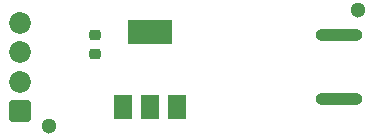
<source format=gbs>
G04 #@! TF.GenerationSoftware,KiCad,Pcbnew,(7.0.0)*
G04 #@! TF.CreationDate,2024-05-20T10:49:13+02:00*
G04 #@! TF.ProjectId,TTS,5454532e-6b69-4636-9164-5f7063625858,rev?*
G04 #@! TF.SameCoordinates,PX2255100PY2ebae40*
G04 #@! TF.FileFunction,Soldermask,Bot*
G04 #@! TF.FilePolarity,Negative*
%FSLAX46Y46*%
G04 Gerber Fmt 4.6, Leading zero omitted, Abs format (unit mm)*
G04 Created by KiCad (PCBNEW (7.0.0)) date 2024-05-20 10:49:13*
%MOMM*%
%LPD*%
G01*
G04 APERTURE LIST*
G04 Aperture macros list*
%AMRoundRect*
0 Rectangle with rounded corners*
0 $1 Rounding radius*
0 $2 $3 $4 $5 $6 $7 $8 $9 X,Y pos of 4 corners*
0 Add a 4 corners polygon primitive as box body*
4,1,4,$2,$3,$4,$5,$6,$7,$8,$9,$2,$3,0*
0 Add four circle primitives for the rounded corners*
1,1,$1+$1,$2,$3*
1,1,$1+$1,$4,$5*
1,1,$1+$1,$6,$7*
1,1,$1+$1,$8,$9*
0 Add four rect primitives between the rounded corners*
20,1,$1+$1,$2,$3,$4,$5,0*
20,1,$1+$1,$4,$5,$6,$7,0*
20,1,$1+$1,$6,$7,$8,$9,0*
20,1,$1+$1,$8,$9,$2,$3,0*%
G04 Aperture macros list end*
%ADD10R,1.500000X2.000000*%
%ADD11R,3.800000X2.000000*%
%ADD12C,1.300000*%
%ADD13O,4.000000X1.000000*%
%ADD14RoundRect,0.250000X0.675000X-0.675000X0.675000X0.675000X-0.675000X0.675000X-0.675000X-0.675000X0*%
%ADD15C,1.850000*%
%ADD16RoundRect,0.225000X-0.250000X0.225000X-0.250000X-0.225000X0.250000X-0.225000X0.250000X0.225000X0*%
G04 APERTURE END LIST*
D10*
X10699999Y2649999D03*
D11*
X12999999Y8949999D03*
D10*
X12999999Y2649999D03*
X15299999Y2649999D03*
D12*
X4500000Y1000000D03*
X30600000Y10800000D03*
D13*
X28999999Y3299999D03*
X28999999Y8699999D03*
D14*
X2000000Y2250000D03*
D15*
X2000000Y4750000D03*
X2000000Y7250000D03*
X2000000Y9750000D03*
D16*
X8400000Y8675000D03*
X8400000Y7125000D03*
M02*

</source>
